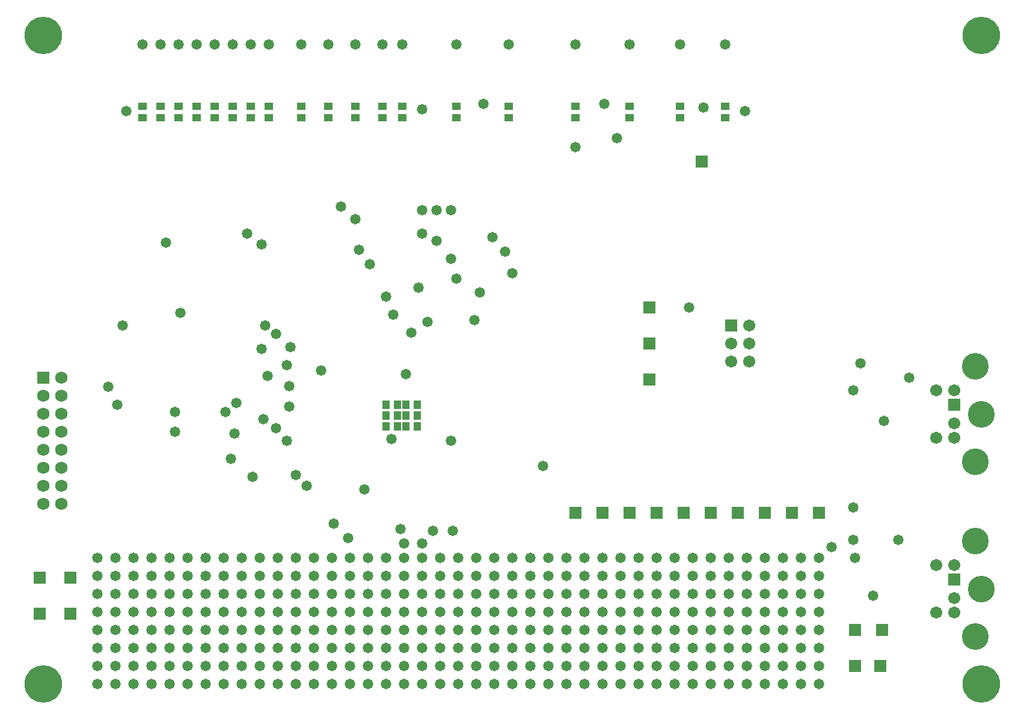
<source format=gbs>
G04*
G04 #@! TF.GenerationSoftware,Altium Limited,Altium Designer,22.3.1 (43)*
G04*
G04 Layer_Color=16711935*
%FSLAX25Y25*%
%MOIN*%
G70*
G04*
G04 #@! TF.SameCoordinates,95171FB7-D515-428C-BD45-E7A15DE81ABC*
G04*
G04*
G04 #@! TF.FilePolarity,Negative*
G04*
G01*
G75*
%ADD24R,0.03950X0.04540*%
%ADD27R,0.04540X0.03950*%
%ADD30C,0.20800*%
%ADD31R,0.06706X0.06706*%
%ADD32C,0.14796*%
%ADD33C,0.06741*%
%ADD34R,0.06741X0.06741*%
%ADD35C,0.06706*%
%ADD36R,0.06706X0.06706*%
%ADD37C,0.06800*%
%ADD38R,0.06800X0.06800*%
%ADD39C,0.05800*%
D24*
X216299Y175000D02*
D03*
X210000D02*
D03*
X221000Y169000D02*
D03*
X227299D02*
D03*
X216299D02*
D03*
X210000D02*
D03*
X221000Y175000D02*
D03*
X227299D02*
D03*
X216299Y163000D02*
D03*
X210000D02*
D03*
X221000D02*
D03*
X227299D02*
D03*
D27*
X398000Y340650D02*
D03*
Y334350D02*
D03*
X373000D02*
D03*
Y340650D02*
D03*
X315000D02*
D03*
Y334350D02*
D03*
X345000Y340650D02*
D03*
Y334350D02*
D03*
X249000Y340650D02*
D03*
Y334350D02*
D03*
X278000Y340650D02*
D03*
Y334350D02*
D03*
X219000Y340650D02*
D03*
Y334350D02*
D03*
X208000Y340650D02*
D03*
Y334350D02*
D03*
X163000Y340650D02*
D03*
Y334350D02*
D03*
X178000D02*
D03*
Y340650D02*
D03*
X193000Y334350D02*
D03*
Y340650D02*
D03*
X135000D02*
D03*
Y334350D02*
D03*
X145000Y340650D02*
D03*
Y334350D02*
D03*
X125000Y340650D02*
D03*
Y334350D02*
D03*
X95000Y340650D02*
D03*
Y334350D02*
D03*
X85000Y340650D02*
D03*
Y334350D02*
D03*
X75000Y340650D02*
D03*
Y334350D02*
D03*
X105000Y340650D02*
D03*
Y334350D02*
D03*
X115000Y340650D02*
D03*
Y334350D02*
D03*
D30*
X20000Y380000D02*
D03*
X540000D02*
D03*
X20000Y20000D02*
D03*
X540000D02*
D03*
D31*
X35000Y59000D02*
D03*
X18000Y79000D02*
D03*
Y59000D02*
D03*
X35000Y79000D02*
D03*
X484000Y30000D02*
D03*
X485000Y50000D02*
D03*
X470000Y30000D02*
D03*
Y50000D02*
D03*
X356000Y189000D02*
D03*
Y229000D02*
D03*
X385000Y310000D02*
D03*
X356000Y209000D02*
D03*
X315000Y115000D02*
D03*
X330000D02*
D03*
X345000D02*
D03*
X360000D02*
D03*
X375000D02*
D03*
X390000D02*
D03*
X405000D02*
D03*
X420000D02*
D03*
X435000D02*
D03*
X450000D02*
D03*
D32*
X536811Y196496D02*
D03*
Y143268D02*
D03*
X540000Y169882D02*
D03*
X536811Y99496D02*
D03*
Y46268D02*
D03*
X540000Y72882D02*
D03*
D33*
X515197Y156693D02*
D03*
Y183071D02*
D03*
X525000Y156693D02*
D03*
Y183071D02*
D03*
Y164764D02*
D03*
X515197Y59693D02*
D03*
Y86071D02*
D03*
X525000Y59693D02*
D03*
Y86071D02*
D03*
Y67764D02*
D03*
D34*
Y175000D02*
D03*
Y78000D02*
D03*
D35*
X411500Y199000D02*
D03*
X401500D02*
D03*
X411500Y209000D02*
D03*
X401500D02*
D03*
X411500Y219000D02*
D03*
D36*
X401500D02*
D03*
D37*
X30000Y120000D02*
D03*
Y130000D02*
D03*
Y140000D02*
D03*
Y150000D02*
D03*
Y160000D02*
D03*
Y170000D02*
D03*
Y180000D02*
D03*
X20000Y120000D02*
D03*
Y130000D02*
D03*
Y140000D02*
D03*
Y150000D02*
D03*
Y160000D02*
D03*
Y170000D02*
D03*
X30000Y190000D02*
D03*
X20000Y180000D02*
D03*
D38*
Y190000D02*
D03*
D39*
X297000Y141000D02*
D03*
X220000Y98000D02*
D03*
X218000Y106000D02*
D03*
X259000Y222000D02*
D03*
X201000Y253000D02*
D03*
X262000Y237500D02*
D03*
X457000Y96000D02*
D03*
X470000Y90000D02*
D03*
X469000Y118000D02*
D03*
Y183000D02*
D03*
X378000Y229000D02*
D03*
X224000Y215000D02*
D03*
X494000Y100000D02*
D03*
X228000Y240000D02*
D03*
X155000Y155000D02*
D03*
X195000Y261000D02*
D03*
X160000Y136000D02*
D03*
X210000Y235000D02*
D03*
X166000Y130000D02*
D03*
X247000Y105000D02*
D03*
X236000D02*
D03*
X230000Y98000D02*
D03*
X198000Y128000D02*
D03*
X181000Y109000D02*
D03*
X124000Y145000D02*
D03*
X126000Y159000D02*
D03*
X189000Y101000D02*
D03*
X214000Y225000D02*
D03*
X136000Y135000D02*
D03*
X155000Y197000D02*
D03*
X156500Y174000D02*
D03*
Y185379D02*
D03*
X141000Y206000D02*
D03*
X157000Y207000D02*
D03*
X149000Y214500D02*
D03*
X174000Y194000D02*
D03*
X127000Y176000D02*
D03*
X121000Y171000D02*
D03*
X144500Y191000D02*
D03*
X61000Y175000D02*
D03*
X56000Y185000D02*
D03*
X64000Y219000D02*
D03*
X143000D02*
D03*
X280000Y248000D02*
D03*
X276000Y260000D02*
D03*
X315000Y318000D02*
D03*
X338000Y323000D02*
D03*
X249000Y245000D02*
D03*
X386000Y340000D02*
D03*
X409000Y338000D02*
D03*
X331000Y342000D02*
D03*
X264000D02*
D03*
X246000Y283000D02*
D03*
Y256000D02*
D03*
X238000Y266000D02*
D03*
Y283000D02*
D03*
X230000D02*
D03*
Y270000D02*
D03*
X193000Y278000D02*
D03*
X233000Y221000D02*
D03*
X185000Y285000D02*
D03*
X149000Y162000D02*
D03*
X142000Y167000D02*
D03*
X93000Y160000D02*
D03*
Y171000D02*
D03*
X270000Y90000D02*
D03*
X280000D02*
D03*
X290000D02*
D03*
X300000D02*
D03*
X310000D02*
D03*
X320000D02*
D03*
X330000D02*
D03*
X340000D02*
D03*
X350000D02*
D03*
X360000D02*
D03*
X370000D02*
D03*
X380000D02*
D03*
X390000D02*
D03*
X400000D02*
D03*
X410000D02*
D03*
X420000D02*
D03*
X430000D02*
D03*
X440000D02*
D03*
X450000D02*
D03*
X260000D02*
D03*
X250000D02*
D03*
X240000D02*
D03*
X230000D02*
D03*
X220000D02*
D03*
X210000D02*
D03*
X200000D02*
D03*
X190000D02*
D03*
X180000D02*
D03*
X170000D02*
D03*
X160000D02*
D03*
X150000D02*
D03*
X140000D02*
D03*
X130000D02*
D03*
X120000D02*
D03*
X110000D02*
D03*
X90000D02*
D03*
X100000D02*
D03*
X80000D02*
D03*
X70000D02*
D03*
X50000D02*
D03*
X60000D02*
D03*
X270000Y20000D02*
D03*
X280000D02*
D03*
X290000D02*
D03*
X300000D02*
D03*
X310000D02*
D03*
X320000D02*
D03*
X330000D02*
D03*
X340000D02*
D03*
X350000D02*
D03*
X360000D02*
D03*
X370000D02*
D03*
X380000D02*
D03*
X390000D02*
D03*
X400000D02*
D03*
X410000D02*
D03*
X420000D02*
D03*
X430000D02*
D03*
X440000D02*
D03*
X450000D02*
D03*
X260000D02*
D03*
X250000D02*
D03*
X240000D02*
D03*
X230000D02*
D03*
X220000D02*
D03*
X210000D02*
D03*
X200000D02*
D03*
X190000D02*
D03*
X180000D02*
D03*
X170000D02*
D03*
X160000D02*
D03*
X150000D02*
D03*
X140000D02*
D03*
X130000D02*
D03*
X120000D02*
D03*
X110000D02*
D03*
X90000D02*
D03*
X100000D02*
D03*
X80000D02*
D03*
X70000D02*
D03*
X50000D02*
D03*
X60000D02*
D03*
X270000Y30000D02*
D03*
X280000D02*
D03*
X290000D02*
D03*
X300000D02*
D03*
X310000D02*
D03*
X320000D02*
D03*
X330000D02*
D03*
X340000D02*
D03*
X350000D02*
D03*
X360000D02*
D03*
X370000D02*
D03*
X380000D02*
D03*
X390000D02*
D03*
X400000D02*
D03*
X410000D02*
D03*
X420000D02*
D03*
X430000D02*
D03*
X440000D02*
D03*
X450000D02*
D03*
X260000D02*
D03*
X250000D02*
D03*
X240000D02*
D03*
X230000D02*
D03*
X220000D02*
D03*
X210000D02*
D03*
X200000D02*
D03*
X190000D02*
D03*
X180000D02*
D03*
X170000D02*
D03*
X160000D02*
D03*
X150000D02*
D03*
X140000D02*
D03*
X130000D02*
D03*
X120000D02*
D03*
X110000D02*
D03*
X90000D02*
D03*
X100000D02*
D03*
X80000D02*
D03*
X70000D02*
D03*
X50000D02*
D03*
X60000D02*
D03*
X270000Y40000D02*
D03*
X280000D02*
D03*
X290000D02*
D03*
X300000D02*
D03*
X310000D02*
D03*
X320000D02*
D03*
X330000D02*
D03*
X340000D02*
D03*
X350000D02*
D03*
X360000D02*
D03*
X370000D02*
D03*
X380000D02*
D03*
X390000D02*
D03*
X400000D02*
D03*
X410000D02*
D03*
X420000D02*
D03*
X430000D02*
D03*
X440000D02*
D03*
X450000D02*
D03*
X260000D02*
D03*
X250000D02*
D03*
X240000D02*
D03*
X230000D02*
D03*
X220000D02*
D03*
X210000D02*
D03*
X200000D02*
D03*
X190000D02*
D03*
X180000D02*
D03*
X170000D02*
D03*
X160000D02*
D03*
X150000D02*
D03*
X140000D02*
D03*
X130000D02*
D03*
X120000D02*
D03*
X110000D02*
D03*
X90000D02*
D03*
X100000D02*
D03*
X80000D02*
D03*
X70000D02*
D03*
X50000D02*
D03*
X60000D02*
D03*
X270000Y50000D02*
D03*
X280000D02*
D03*
X290000D02*
D03*
X300000D02*
D03*
X310000D02*
D03*
X320000D02*
D03*
X330000D02*
D03*
X340000D02*
D03*
X350000D02*
D03*
X360000D02*
D03*
X370000D02*
D03*
X380000D02*
D03*
X390000D02*
D03*
X400000D02*
D03*
X410000D02*
D03*
X420000D02*
D03*
X430000D02*
D03*
X440000D02*
D03*
X450000D02*
D03*
X260000D02*
D03*
X250000D02*
D03*
X240000D02*
D03*
X230000D02*
D03*
X220000D02*
D03*
X210000D02*
D03*
X200000D02*
D03*
X190000D02*
D03*
X180000D02*
D03*
X170000D02*
D03*
X160000D02*
D03*
X150000D02*
D03*
X140000D02*
D03*
X130000D02*
D03*
X120000D02*
D03*
X110000D02*
D03*
X90000D02*
D03*
X100000D02*
D03*
X80000D02*
D03*
X70000D02*
D03*
X50000D02*
D03*
X60000D02*
D03*
X270000Y70000D02*
D03*
X280000D02*
D03*
X290000D02*
D03*
X300000D02*
D03*
X310000D02*
D03*
X320000D02*
D03*
X330000D02*
D03*
X340000D02*
D03*
X350000D02*
D03*
X360000D02*
D03*
X370000D02*
D03*
X380000D02*
D03*
X390000D02*
D03*
X400000D02*
D03*
X410000D02*
D03*
X420000D02*
D03*
X430000D02*
D03*
X440000D02*
D03*
X450000D02*
D03*
X260000D02*
D03*
X250000D02*
D03*
X240000D02*
D03*
X230000D02*
D03*
X220000D02*
D03*
X210000D02*
D03*
X200000D02*
D03*
X190000D02*
D03*
X180000D02*
D03*
X170000D02*
D03*
X160000D02*
D03*
X150000D02*
D03*
X140000D02*
D03*
X130000D02*
D03*
X120000D02*
D03*
X110000D02*
D03*
X90000D02*
D03*
X100000D02*
D03*
X80000D02*
D03*
X70000D02*
D03*
X50000D02*
D03*
X60000D02*
D03*
X270000Y80000D02*
D03*
X280000D02*
D03*
X290000D02*
D03*
X300000D02*
D03*
X310000D02*
D03*
X320000D02*
D03*
X330000D02*
D03*
X340000D02*
D03*
X350000D02*
D03*
X360000D02*
D03*
X370000D02*
D03*
X380000D02*
D03*
X390000D02*
D03*
X400000D02*
D03*
X410000D02*
D03*
X420000D02*
D03*
X430000D02*
D03*
X440000D02*
D03*
X450000D02*
D03*
X260000D02*
D03*
X250000D02*
D03*
X240000D02*
D03*
X230000D02*
D03*
X220000D02*
D03*
X210000D02*
D03*
X200000D02*
D03*
X190000D02*
D03*
X180000D02*
D03*
X170000D02*
D03*
X160000D02*
D03*
X150000D02*
D03*
X140000D02*
D03*
X130000D02*
D03*
X120000D02*
D03*
X110000D02*
D03*
X90000D02*
D03*
X100000D02*
D03*
X80000D02*
D03*
X70000D02*
D03*
X50000D02*
D03*
X60000D02*
D03*
Y60000D02*
D03*
X50000D02*
D03*
X70000D02*
D03*
X80000D02*
D03*
X100000D02*
D03*
X90000D02*
D03*
X110000D02*
D03*
X120000D02*
D03*
X130000D02*
D03*
X140000D02*
D03*
X150000D02*
D03*
X160000D02*
D03*
X170000D02*
D03*
X180000D02*
D03*
X190000D02*
D03*
X200000D02*
D03*
X210000D02*
D03*
X220000D02*
D03*
X230000D02*
D03*
X240000D02*
D03*
X250000D02*
D03*
X260000D02*
D03*
X450000D02*
D03*
X440000D02*
D03*
X430000D02*
D03*
X420000D02*
D03*
X410000D02*
D03*
X400000D02*
D03*
X390000D02*
D03*
X380000D02*
D03*
X370000D02*
D03*
X360000D02*
D03*
X350000D02*
D03*
X340000D02*
D03*
X330000D02*
D03*
X320000D02*
D03*
X310000D02*
D03*
X300000D02*
D03*
X290000D02*
D03*
X280000D02*
D03*
X270000D02*
D03*
X269000Y268000D02*
D03*
X88000Y265000D02*
D03*
X96000Y226000D02*
D03*
X141000Y264000D02*
D03*
X133000Y270000D02*
D03*
X398000Y375000D02*
D03*
X373000D02*
D03*
X345000D02*
D03*
X315000D02*
D03*
X278000D02*
D03*
X249000D02*
D03*
X219000D02*
D03*
X208000D02*
D03*
X230000Y339000D02*
D03*
X66000Y338000D02*
D03*
X193000Y375000D02*
D03*
X178000D02*
D03*
X163000D02*
D03*
X145000D02*
D03*
X135000D02*
D03*
X125000D02*
D03*
X115000D02*
D03*
X105000D02*
D03*
X95000D02*
D03*
X85000D02*
D03*
X75000D02*
D03*
X480000Y69000D02*
D03*
X469000Y100000D02*
D03*
X486000Y166000D02*
D03*
X500000Y190000D02*
D03*
X473000Y198000D02*
D03*
X213000Y156000D02*
D03*
X246000Y155000D02*
D03*
X221000Y192000D02*
D03*
M02*

</source>
